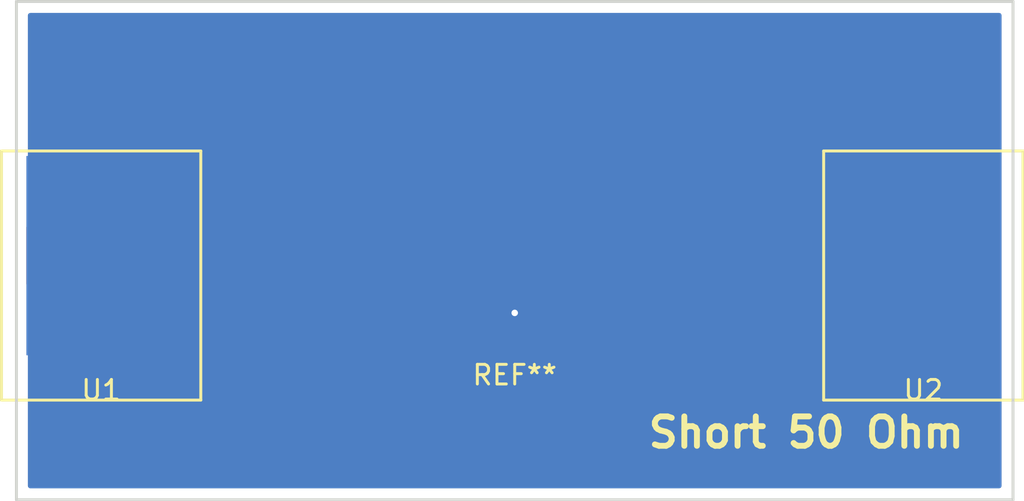
<source format=kicad_pcb>
(kicad_pcb (version 4) (host pcbnew 4.0.6)

  (general
    (links 4)
    (no_connects 0)
    (area 101.524999 50.724999 152.475001 76.275001)
    (thickness 1.6002)
    (drawings 5)
    (tracks 7)
    (zones 0)
    (modules 3)
    (nets 2)
  )

  (page A4)
  (layers
    (0 F.Cu signal)
    (31 B.Cu signal)
    (34 B.Paste user)
    (35 F.Paste user)
    (36 B.SilkS user)
    (37 F.SilkS user)
    (38 B.Mask user)
    (39 F.Mask user)
    (40 Dwgs.User user)
    (41 Cmts.User user)
    (42 Eco1.User user)
    (43 Eco2.User user)
    (44 Edge.Cuts user)
    (45 Margin user)
  )

  (setup
    (last_trace_width 0.1524)
    (trace_clearance 0.1524)
    (zone_clearance 0.508)
    (zone_45_only no)
    (trace_min 0.1524)
    (segment_width 0.2)
    (edge_width 0.15)
    (via_size 0.6858)
    (via_drill 0.3302)
    (via_min_size 0.6858)
    (via_min_drill 0.3302)
    (uvia_size 0.762)
    (uvia_drill 0.508)
    (uvias_allowed no)
    (uvia_min_size 0)
    (uvia_min_drill 0)
    (pcb_text_width 0.3)
    (pcb_text_size 1.5 1.5)
    (mod_edge_width 0.15)
    (mod_text_size 1 1)
    (mod_text_width 0.15)
    (pad_size 2.921 2.921)
    (pad_drill 0)
    (pad_to_mask_clearance 0.2)
    (aux_axis_origin 0 0)
    (visible_elements 7FFFFFFF)
    (pcbplotparams
      (layerselection 0x010d0_80000001)
      (usegerberextensions true)
      (excludeedgelayer true)
      (linewidth 0.100000)
      (plotframeref false)
      (viasonmask false)
      (mode 1)
      (useauxorigin false)
      (hpglpennumber 1)
      (hpglpenspeed 20)
      (hpglpendiameter 15)
      (hpglpenoverlay 2)
      (psnegative false)
      (psa4output false)
      (plotreference false)
      (plotvalue false)
      (plotinvisibletext false)
      (padsonsilk false)
      (subtractmaskfromsilk false)
      (outputformat 1)
      (mirror false)
      (drillshape 0)
      (scaleselection 1)
      (outputdirectory ../gerbers/Short/))
  )

  (net 0 "")
  (net 1 GND)

  (net_class Default "This is the default net class."
    (clearance 0.1524)
    (trace_width 0.1524)
    (via_dia 0.6858)
    (via_drill 0.3302)
    (uvia_dia 0.762)
    (uvia_drill 0.508)
    (add_net GND)
  )

  (module SMACoax:padvia (layer F.Cu) (tedit 59DAA19B) (tstamp 59CF2252)
    (at 127 69.342)
    (fp_text reference REF** (at 0 0.5) (layer F.SilkS)
      (effects (font (size 1 1) (thickness 0.15)))
    )
    (fp_text value pad (at 0 -0.5) (layer F.Fab)
      (effects (font (size 1 1) (thickness 0.15)))
    )
    (pad 1 smd rect (at 0 -2.667) (size 2.921 2.921) (layers F.Cu F.Paste F.Mask)
      (net 1 GND))
  )

  (module Lib_fp:rfcoax (layer F.Cu) (tedit 59DA9FC6) (tstamp 5A5019B2)
    (at 107.188 66.04)
    (path /59C5D057)
    (fp_text reference U1 (at -1.27 4.572) (layer F.SilkS)
      (effects (font (size 1 1) (thickness 0.15)))
    )
    (fp_text value coax (at -1.27 3.556) (layer F.Fab)
      (effects (font (size 1 1) (thickness 0.15)))
    )
    (fp_line (start -6.35 5.08) (end -6.35 -7.62) (layer F.SilkS) (width 0.15))
    (fp_line (start 3.81 5.08) (end -6.35 5.08) (layer F.SilkS) (width 0.15))
    (fp_line (start 3.81 -7.62) (end 3.81 5.08) (layer F.SilkS) (width 0.15))
    (fp_line (start -6.35 -7.62) (end 3.81 -7.62) (layer F.SilkS) (width 0.15))
    (pad 1 smd rect (at -1.27 -2.286) (size 7.62 2.921) (layers F.Cu F.Paste F.Mask)
      (net 1 GND))
    (pad 2 smd rect (at -1.27 -2.286) (size 7.62 10.16) (layers B.Cu B.Paste B.Mask)
      (net 1 GND))
  )

  (module Lib_fp:rfcoax (layer F.Cu) (tedit 59DA9FC6) (tstamp 5A5019B7)
    (at 149.098 66.04)
    (path /59C5CFFD)
    (fp_text reference U2 (at -1.27 4.572) (layer F.SilkS)
      (effects (font (size 1 1) (thickness 0.15)))
    )
    (fp_text value coax (at -1.27 3.556) (layer F.Fab)
      (effects (font (size 1 1) (thickness 0.15)))
    )
    (fp_line (start -6.35 5.08) (end -6.35 -7.62) (layer F.SilkS) (width 0.15))
    (fp_line (start 3.81 5.08) (end -6.35 5.08) (layer F.SilkS) (width 0.15))
    (fp_line (start 3.81 -7.62) (end 3.81 5.08) (layer F.SilkS) (width 0.15))
    (fp_line (start -6.35 -7.62) (end 3.81 -7.62) (layer F.SilkS) (width 0.15))
    (pad 1 smd rect (at -1.27 -2.286) (size 7.62 2.921) (layers F.Cu F.Paste F.Mask)
      (net 1 GND))
    (pad 2 smd rect (at -1.27 -2.286) (size 7.62 10.16) (layers B.Cu B.Paste B.Mask)
      (net 1 GND))
  )

  (gr_text "Short 50 Ohm\n" (at 141.859 72.771) (layer F.SilkS)
    (effects (font (size 1.5 1.5) (thickness 0.3)))
  )
  (gr_line (start 101.6 76.2) (end 101.6 50.8) (layer Edge.Cuts) (width 0.15))
  (gr_line (start 152.4 76.2) (end 101.6 76.2) (layer Edge.Cuts) (width 0.15))
  (gr_line (start 152.4 50.8) (end 152.4 76.2) (layer Edge.Cuts) (width 0.15))
  (gr_line (start 101.6 50.8) (end 152.4 50.8) (layer Edge.Cuts) (width 0.15))

  (segment (start 127 63.754) (end 127 66.675) (width 2.921) (layer F.Cu) (net 1))
  (via (at 127 66.675) (size 0.6858) (drill 0.3302) (layers F.Cu B.Cu) (net 1))
  (segment (start 127 66.675) (end 127 65.44311) (width 0.1524) (layer F.Cu) (net 1))
  (segment (start 127 63.754) (end 149.86 63.754) (width 2.921) (layer F.Cu) (net 1))
  (segment (start 104.14 63.754) (end 127 63.754) (width 2.921) (layer F.Cu) (net 1))
  (segment (start 127 63.754) (end 127.30481 64.05881) (width 0.1524) (layer F.Cu) (net 1))
  (segment (start 127.30481 66.801256) (end 127.215533 66.890533) (width 0.1524) (layer F.Cu) (net 1))

  (zone (net 1) (net_name GND) (layer B.Cu) (tstamp 0) (hatch edge 0.508)
    (connect_pads yes (clearance 0.508))
    (min_thickness 0.254)
    (fill yes (arc_segments 16) (thermal_gap 0.508) (thermal_bridge_width 0.508))
    (polygon
      (pts
        (xy 101.6 50.8) (xy 152.4 50.8) (xy 152.4 76.2) (xy 101.6 76.2)
      )
    )
    (filled_polygon
      (pts
        (xy 151.69 75.49) (xy 102.31 75.49) (xy 102.31 51.51) (xy 151.69 51.51)
      )
    )
  )
)

</source>
